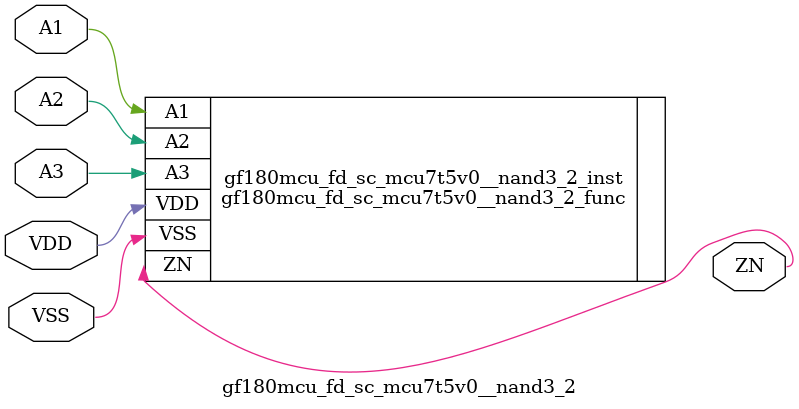
<source format=v>

module gf180mcu_fd_sc_mcu7t5v0__nand3_2( ZN, A3, A2, A1, VDD, VSS );
input A1, A2, A3;
inout VDD, VSS;
output ZN;

   `ifdef FUNCTIONAL  //  functional //

	gf180mcu_fd_sc_mcu7t5v0__nand3_2_func gf180mcu_fd_sc_mcu7t5v0__nand3_2_behav_inst(.ZN(ZN),.A3(A3),.A2(A2),.A1(A1),.VDD(VDD),.VSS(VSS));

   `else

	gf180mcu_fd_sc_mcu7t5v0__nand3_2_func gf180mcu_fd_sc_mcu7t5v0__nand3_2_inst(.ZN(ZN),.A3(A3),.A2(A2),.A1(A1),.VDD(VDD),.VSS(VSS));

	// spec_gates_begin


	// spec_gates_end



   specify

	// specify_block_begin

	// comb arc A1 --> ZN
	 (A1 => ZN) = (1.0,1.0);

	// comb arc A2 --> ZN
	 (A2 => ZN) = (1.0,1.0);

	// comb arc A3 --> ZN
	 (A3 => ZN) = (1.0,1.0);

	// specify_block_end

   endspecify

   `endif

endmodule

</source>
